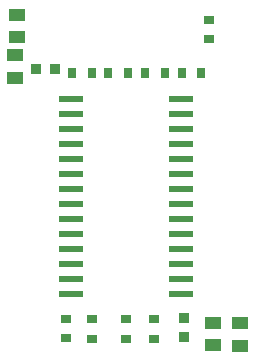
<source format=gbr>
%TF.GenerationSoftware,KiCad,Pcbnew,6.0.4-6f826c9f35~116~ubuntu18.04.1*%
%TF.CreationDate,2022-08-24T17:45:51-07:00*%
%TF.ProjectId,SpeedoDrive,53706565-646f-4447-9269-76652e6b6963,rev?*%
%TF.SameCoordinates,Original*%
%TF.FileFunction,Paste,Top*%
%TF.FilePolarity,Positive*%
%FSLAX46Y46*%
G04 Gerber Fmt 4.6, Leading zero omitted, Abs format (unit mm)*
G04 Created by KiCad (PCBNEW 6.0.4-6f826c9f35~116~ubuntu18.04.1) date 2022-08-24 17:45:51*
%MOMM*%
%LPD*%
G01*
G04 APERTURE LIST*
%ADD10R,0.950000X0.800000*%
%ADD11R,0.800000X0.950000*%
%ADD12R,0.950000X0.900000*%
%ADD13R,0.900000X0.950000*%
%ADD14R,1.450000X1.000000*%
%ADD15R,2.050000X0.600000*%
G04 APERTURE END LIST*
D10*
%TO.C,R9*%
X128400000Y-91625000D03*
X128400000Y-89975000D03*
%TD*%
%TO.C,R8*%
X130800000Y-91625000D03*
X130800000Y-89975000D03*
%TD*%
%TO.C,R7*%
X123400000Y-89950000D03*
X123400000Y-91600000D03*
%TD*%
%TO.C,R6*%
X125600000Y-89975000D03*
X125600000Y-91625000D03*
%TD*%
D11*
%TO.C,R5*%
X128595000Y-69120000D03*
X126945000Y-69120000D03*
%TD*%
%TO.C,R4*%
X125555000Y-69100000D03*
X123905000Y-69100000D03*
%TD*%
%TO.C,R3*%
X133175000Y-69160000D03*
X134825000Y-69160000D03*
%TD*%
%TO.C,R2*%
X130055000Y-69120000D03*
X131705000Y-69120000D03*
%TD*%
D10*
%TO.C,R1*%
X135450000Y-66255000D03*
X135450000Y-64605000D03*
%TD*%
D12*
%TO.C,C4*%
X133390000Y-89905000D03*
X133390000Y-91455000D03*
%TD*%
D13*
%TO.C,C3*%
X122405000Y-68810000D03*
X120855000Y-68810000D03*
%TD*%
D14*
%TO.C,C6*%
X138090000Y-92200000D03*
X138090000Y-90300000D03*
%TD*%
%TO.C,C5*%
X119010000Y-69540000D03*
X119010000Y-67640000D03*
%TD*%
%TO.C,C2*%
X135830000Y-92160000D03*
X135830000Y-90260000D03*
%TD*%
%TO.C,C1*%
X119210000Y-64190000D03*
X119210000Y-66090000D03*
%TD*%
D15*
%TO.C,U1*%
X133075000Y-71365000D03*
X133075000Y-72635000D03*
X133075000Y-73905000D03*
X133075000Y-75175000D03*
X133075000Y-76445000D03*
X133075000Y-77715000D03*
X133075000Y-78985000D03*
X133075000Y-80255000D03*
X133075000Y-81525000D03*
X133075000Y-82795000D03*
X133075000Y-84065000D03*
X133075000Y-85335000D03*
X133075000Y-86605000D03*
X133075000Y-87875000D03*
X123775000Y-87875000D03*
X123775000Y-86605000D03*
X123775000Y-85335000D03*
X123775000Y-84065000D03*
X123775000Y-82795000D03*
X123775000Y-81525000D03*
X123775000Y-80255000D03*
X123775000Y-78985000D03*
X123775000Y-77715000D03*
X123775000Y-76445000D03*
X123775000Y-75175000D03*
X123775000Y-73905000D03*
X123775000Y-72635000D03*
X123775000Y-71365000D03*
%TD*%
M02*

</source>
